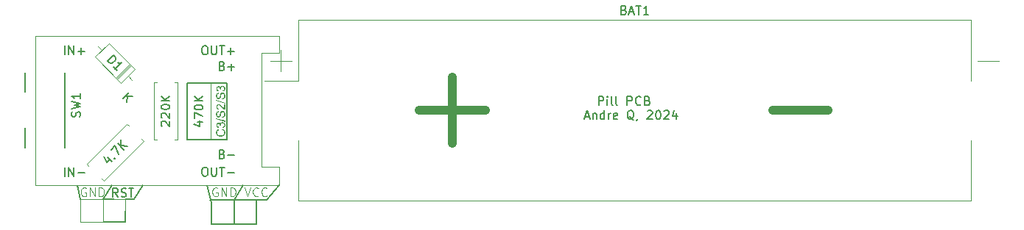
<source format=gbr>
%TF.GenerationSoftware,KiCad,Pcbnew,8.0.1*%
%TF.CreationDate,2024-06-06T13:27:34-04:00*%
%TF.ProjectId,PillPCB,50696c6c-5043-4422-9e6b-696361645f70,rev?*%
%TF.SameCoordinates,Original*%
%TF.FileFunction,Legend,Top*%
%TF.FilePolarity,Positive*%
%FSLAX46Y46*%
G04 Gerber Fmt 4.6, Leading zero omitted, Abs format (unit mm)*
G04 Created by KiCad (PCBNEW 8.0.1) date 2024-06-06 13:27:34*
%MOMM*%
%LPD*%
G01*
G04 APERTURE LIST*
%ADD10C,0.150000*%
%ADD11C,0.125000*%
%ADD12C,0.120000*%
%ADD13C,1.000000*%
%ADD14C,0.100000*%
G04 APERTURE END LIST*
D10*
X120859589Y-94017875D02*
X120859589Y-93017875D01*
X120859589Y-93017875D02*
X121240541Y-93017875D01*
X121240541Y-93017875D02*
X121335779Y-93065494D01*
X121335779Y-93065494D02*
X121383398Y-93113113D01*
X121383398Y-93113113D02*
X121431017Y-93208351D01*
X121431017Y-93208351D02*
X121431017Y-93351208D01*
X121431017Y-93351208D02*
X121383398Y-93446446D01*
X121383398Y-93446446D02*
X121335779Y-93494065D01*
X121335779Y-93494065D02*
X121240541Y-93541684D01*
X121240541Y-93541684D02*
X120859589Y-93541684D01*
X121859589Y-94017875D02*
X121859589Y-93351208D01*
X121859589Y-93017875D02*
X121811970Y-93065494D01*
X121811970Y-93065494D02*
X121859589Y-93113113D01*
X121859589Y-93113113D02*
X121907208Y-93065494D01*
X121907208Y-93065494D02*
X121859589Y-93017875D01*
X121859589Y-93017875D02*
X121859589Y-93113113D01*
X122478636Y-94017875D02*
X122383398Y-93970256D01*
X122383398Y-93970256D02*
X122335779Y-93875017D01*
X122335779Y-93875017D02*
X122335779Y-93017875D01*
X123002446Y-94017875D02*
X122907208Y-93970256D01*
X122907208Y-93970256D02*
X122859589Y-93875017D01*
X122859589Y-93875017D02*
X122859589Y-93017875D01*
X124145304Y-94017875D02*
X124145304Y-93017875D01*
X124145304Y-93017875D02*
X124526256Y-93017875D01*
X124526256Y-93017875D02*
X124621494Y-93065494D01*
X124621494Y-93065494D02*
X124669113Y-93113113D01*
X124669113Y-93113113D02*
X124716732Y-93208351D01*
X124716732Y-93208351D02*
X124716732Y-93351208D01*
X124716732Y-93351208D02*
X124669113Y-93446446D01*
X124669113Y-93446446D02*
X124621494Y-93494065D01*
X124621494Y-93494065D02*
X124526256Y-93541684D01*
X124526256Y-93541684D02*
X124145304Y-93541684D01*
X125716732Y-93922636D02*
X125669113Y-93970256D01*
X125669113Y-93970256D02*
X125526256Y-94017875D01*
X125526256Y-94017875D02*
X125431018Y-94017875D01*
X125431018Y-94017875D02*
X125288161Y-93970256D01*
X125288161Y-93970256D02*
X125192923Y-93875017D01*
X125192923Y-93875017D02*
X125145304Y-93779779D01*
X125145304Y-93779779D02*
X125097685Y-93589303D01*
X125097685Y-93589303D02*
X125097685Y-93446446D01*
X125097685Y-93446446D02*
X125145304Y-93255970D01*
X125145304Y-93255970D02*
X125192923Y-93160732D01*
X125192923Y-93160732D02*
X125288161Y-93065494D01*
X125288161Y-93065494D02*
X125431018Y-93017875D01*
X125431018Y-93017875D02*
X125526256Y-93017875D01*
X125526256Y-93017875D02*
X125669113Y-93065494D01*
X125669113Y-93065494D02*
X125716732Y-93113113D01*
X126478637Y-93494065D02*
X126621494Y-93541684D01*
X126621494Y-93541684D02*
X126669113Y-93589303D01*
X126669113Y-93589303D02*
X126716732Y-93684541D01*
X126716732Y-93684541D02*
X126716732Y-93827398D01*
X126716732Y-93827398D02*
X126669113Y-93922636D01*
X126669113Y-93922636D02*
X126621494Y-93970256D01*
X126621494Y-93970256D02*
X126526256Y-94017875D01*
X126526256Y-94017875D02*
X126145304Y-94017875D01*
X126145304Y-94017875D02*
X126145304Y-93017875D01*
X126145304Y-93017875D02*
X126478637Y-93017875D01*
X126478637Y-93017875D02*
X126573875Y-93065494D01*
X126573875Y-93065494D02*
X126621494Y-93113113D01*
X126621494Y-93113113D02*
X126669113Y-93208351D01*
X126669113Y-93208351D02*
X126669113Y-93303589D01*
X126669113Y-93303589D02*
X126621494Y-93398827D01*
X126621494Y-93398827D02*
X126573875Y-93446446D01*
X126573875Y-93446446D02*
X126478637Y-93494065D01*
X126478637Y-93494065D02*
X126145304Y-93494065D01*
X119288160Y-95342104D02*
X119764350Y-95342104D01*
X119192922Y-95627819D02*
X119526255Y-94627819D01*
X119526255Y-94627819D02*
X119859588Y-95627819D01*
X120192922Y-94961152D02*
X120192922Y-95627819D01*
X120192922Y-95056390D02*
X120240541Y-95008771D01*
X120240541Y-95008771D02*
X120335779Y-94961152D01*
X120335779Y-94961152D02*
X120478636Y-94961152D01*
X120478636Y-94961152D02*
X120573874Y-95008771D01*
X120573874Y-95008771D02*
X120621493Y-95104009D01*
X120621493Y-95104009D02*
X120621493Y-95627819D01*
X121526255Y-95627819D02*
X121526255Y-94627819D01*
X121526255Y-95580200D02*
X121431017Y-95627819D01*
X121431017Y-95627819D02*
X121240541Y-95627819D01*
X121240541Y-95627819D02*
X121145303Y-95580200D01*
X121145303Y-95580200D02*
X121097684Y-95532580D01*
X121097684Y-95532580D02*
X121050065Y-95437342D01*
X121050065Y-95437342D02*
X121050065Y-95151628D01*
X121050065Y-95151628D02*
X121097684Y-95056390D01*
X121097684Y-95056390D02*
X121145303Y-95008771D01*
X121145303Y-95008771D02*
X121240541Y-94961152D01*
X121240541Y-94961152D02*
X121431017Y-94961152D01*
X121431017Y-94961152D02*
X121526255Y-95008771D01*
X122002446Y-95627819D02*
X122002446Y-94961152D01*
X122002446Y-95151628D02*
X122050065Y-95056390D01*
X122050065Y-95056390D02*
X122097684Y-95008771D01*
X122097684Y-95008771D02*
X122192922Y-94961152D01*
X122192922Y-94961152D02*
X122288160Y-94961152D01*
X123002446Y-95580200D02*
X122907208Y-95627819D01*
X122907208Y-95627819D02*
X122716732Y-95627819D01*
X122716732Y-95627819D02*
X122621494Y-95580200D01*
X122621494Y-95580200D02*
X122573875Y-95484961D01*
X122573875Y-95484961D02*
X122573875Y-95104009D01*
X122573875Y-95104009D02*
X122621494Y-95008771D01*
X122621494Y-95008771D02*
X122716732Y-94961152D01*
X122716732Y-94961152D02*
X122907208Y-94961152D01*
X122907208Y-94961152D02*
X123002446Y-95008771D01*
X123002446Y-95008771D02*
X123050065Y-95104009D01*
X123050065Y-95104009D02*
X123050065Y-95199247D01*
X123050065Y-95199247D02*
X122573875Y-95294485D01*
X124907208Y-95723057D02*
X124811970Y-95675438D01*
X124811970Y-95675438D02*
X124716732Y-95580200D01*
X124716732Y-95580200D02*
X124573875Y-95437342D01*
X124573875Y-95437342D02*
X124478637Y-95389723D01*
X124478637Y-95389723D02*
X124383399Y-95389723D01*
X124431018Y-95627819D02*
X124335780Y-95580200D01*
X124335780Y-95580200D02*
X124240542Y-95484961D01*
X124240542Y-95484961D02*
X124192923Y-95294485D01*
X124192923Y-95294485D02*
X124192923Y-94961152D01*
X124192923Y-94961152D02*
X124240542Y-94770676D01*
X124240542Y-94770676D02*
X124335780Y-94675438D01*
X124335780Y-94675438D02*
X124431018Y-94627819D01*
X124431018Y-94627819D02*
X124621494Y-94627819D01*
X124621494Y-94627819D02*
X124716732Y-94675438D01*
X124716732Y-94675438D02*
X124811970Y-94770676D01*
X124811970Y-94770676D02*
X124859589Y-94961152D01*
X124859589Y-94961152D02*
X124859589Y-95294485D01*
X124859589Y-95294485D02*
X124811970Y-95484961D01*
X124811970Y-95484961D02*
X124716732Y-95580200D01*
X124716732Y-95580200D02*
X124621494Y-95627819D01*
X124621494Y-95627819D02*
X124431018Y-95627819D01*
X125335780Y-95580200D02*
X125335780Y-95627819D01*
X125335780Y-95627819D02*
X125288161Y-95723057D01*
X125288161Y-95723057D02*
X125240542Y-95770676D01*
X126478637Y-94723057D02*
X126526256Y-94675438D01*
X126526256Y-94675438D02*
X126621494Y-94627819D01*
X126621494Y-94627819D02*
X126859589Y-94627819D01*
X126859589Y-94627819D02*
X126954827Y-94675438D01*
X126954827Y-94675438D02*
X127002446Y-94723057D01*
X127002446Y-94723057D02*
X127050065Y-94818295D01*
X127050065Y-94818295D02*
X127050065Y-94913533D01*
X127050065Y-94913533D02*
X127002446Y-95056390D01*
X127002446Y-95056390D02*
X126431018Y-95627819D01*
X126431018Y-95627819D02*
X127050065Y-95627819D01*
X127669113Y-94627819D02*
X127764351Y-94627819D01*
X127764351Y-94627819D02*
X127859589Y-94675438D01*
X127859589Y-94675438D02*
X127907208Y-94723057D01*
X127907208Y-94723057D02*
X127954827Y-94818295D01*
X127954827Y-94818295D02*
X128002446Y-95008771D01*
X128002446Y-95008771D02*
X128002446Y-95246866D01*
X128002446Y-95246866D02*
X127954827Y-95437342D01*
X127954827Y-95437342D02*
X127907208Y-95532580D01*
X127907208Y-95532580D02*
X127859589Y-95580200D01*
X127859589Y-95580200D02*
X127764351Y-95627819D01*
X127764351Y-95627819D02*
X127669113Y-95627819D01*
X127669113Y-95627819D02*
X127573875Y-95580200D01*
X127573875Y-95580200D02*
X127526256Y-95532580D01*
X127526256Y-95532580D02*
X127478637Y-95437342D01*
X127478637Y-95437342D02*
X127431018Y-95246866D01*
X127431018Y-95246866D02*
X127431018Y-95008771D01*
X127431018Y-95008771D02*
X127478637Y-94818295D01*
X127478637Y-94818295D02*
X127526256Y-94723057D01*
X127526256Y-94723057D02*
X127573875Y-94675438D01*
X127573875Y-94675438D02*
X127669113Y-94627819D01*
X128383399Y-94723057D02*
X128431018Y-94675438D01*
X128431018Y-94675438D02*
X128526256Y-94627819D01*
X128526256Y-94627819D02*
X128764351Y-94627819D01*
X128764351Y-94627819D02*
X128859589Y-94675438D01*
X128859589Y-94675438D02*
X128907208Y-94723057D01*
X128907208Y-94723057D02*
X128954827Y-94818295D01*
X128954827Y-94818295D02*
X128954827Y-94913533D01*
X128954827Y-94913533D02*
X128907208Y-95056390D01*
X128907208Y-95056390D02*
X128335780Y-95627819D01*
X128335780Y-95627819D02*
X128954827Y-95627819D01*
X129811970Y-94961152D02*
X129811970Y-95627819D01*
X129573875Y-94580200D02*
X129335780Y-95294485D01*
X129335780Y-95294485D02*
X129954827Y-95294485D01*
X67437000Y-104841215D02*
X68453000Y-103251000D01*
X81534000Y-104902000D02*
X76200000Y-104902000D01*
X82677000Y-104902000D02*
X84145000Y-103230000D01*
X81534000Y-104902000D02*
X82677000Y-104902000D01*
X81534000Y-107696000D02*
X81534000Y-104902000D01*
X78994000Y-107696000D02*
X81534000Y-107696000D01*
D11*
X80187474Y-103519119D02*
X80520807Y-104519119D01*
X80520807Y-104519119D02*
X80854140Y-103519119D01*
X81758902Y-104423880D02*
X81711283Y-104471500D01*
X81711283Y-104471500D02*
X81568426Y-104519119D01*
X81568426Y-104519119D02*
X81473188Y-104519119D01*
X81473188Y-104519119D02*
X81330331Y-104471500D01*
X81330331Y-104471500D02*
X81235093Y-104376261D01*
X81235093Y-104376261D02*
X81187474Y-104281023D01*
X81187474Y-104281023D02*
X81139855Y-104090547D01*
X81139855Y-104090547D02*
X81139855Y-103947690D01*
X81139855Y-103947690D02*
X81187474Y-103757214D01*
X81187474Y-103757214D02*
X81235093Y-103661976D01*
X81235093Y-103661976D02*
X81330331Y-103566738D01*
X81330331Y-103566738D02*
X81473188Y-103519119D01*
X81473188Y-103519119D02*
X81568426Y-103519119D01*
X81568426Y-103519119D02*
X81711283Y-103566738D01*
X81711283Y-103566738D02*
X81758902Y-103614357D01*
X82758902Y-104423880D02*
X82711283Y-104471500D01*
X82711283Y-104471500D02*
X82568426Y-104519119D01*
X82568426Y-104519119D02*
X82473188Y-104519119D01*
X82473188Y-104519119D02*
X82330331Y-104471500D01*
X82330331Y-104471500D02*
X82235093Y-104376261D01*
X82235093Y-104376261D02*
X82187474Y-104281023D01*
X82187474Y-104281023D02*
X82139855Y-104090547D01*
X82139855Y-104090547D02*
X82139855Y-103947690D01*
X82139855Y-103947690D02*
X82187474Y-103757214D01*
X82187474Y-103757214D02*
X82235093Y-103661976D01*
X82235093Y-103661976D02*
X82330331Y-103566738D01*
X82330331Y-103566738D02*
X82473188Y-103519119D01*
X82473188Y-103519119D02*
X82568426Y-103519119D01*
X82568426Y-103519119D02*
X82711283Y-103566738D01*
X82711283Y-103566738D02*
X82758902Y-103614357D01*
D10*
X66482801Y-107500085D02*
X63881000Y-107502000D01*
X66481000Y-106172000D02*
X66482801Y-107500085D01*
X65151000Y-104842000D02*
X63881000Y-104842000D01*
X66481000Y-104842000D02*
X67437000Y-104841215D01*
X78994000Y-104902000D02*
X80010000Y-103251000D01*
X78994000Y-107696000D02*
X78994000Y-104902000D01*
X76327000Y-107696000D02*
X78994000Y-107696000D01*
X76327000Y-105283000D02*
X76327000Y-107696000D01*
X75819000Y-103251000D02*
X76327000Y-105283000D01*
X63881000Y-104842000D02*
X64897000Y-103251000D01*
X61281000Y-104842000D02*
X60960000Y-103251000D01*
D11*
X77044140Y-103566738D02*
X76948902Y-103519119D01*
X76948902Y-103519119D02*
X76806045Y-103519119D01*
X76806045Y-103519119D02*
X76663188Y-103566738D01*
X76663188Y-103566738D02*
X76567950Y-103661976D01*
X76567950Y-103661976D02*
X76520331Y-103757214D01*
X76520331Y-103757214D02*
X76472712Y-103947690D01*
X76472712Y-103947690D02*
X76472712Y-104090547D01*
X76472712Y-104090547D02*
X76520331Y-104281023D01*
X76520331Y-104281023D02*
X76567950Y-104376261D01*
X76567950Y-104376261D02*
X76663188Y-104471500D01*
X76663188Y-104471500D02*
X76806045Y-104519119D01*
X76806045Y-104519119D02*
X76901283Y-104519119D01*
X76901283Y-104519119D02*
X77044140Y-104471500D01*
X77044140Y-104471500D02*
X77091759Y-104423880D01*
X77091759Y-104423880D02*
X77091759Y-104090547D01*
X77091759Y-104090547D02*
X76901283Y-104090547D01*
X77520331Y-104519119D02*
X77520331Y-103519119D01*
X77520331Y-103519119D02*
X78091759Y-104519119D01*
X78091759Y-104519119D02*
X78091759Y-103519119D01*
X78567950Y-104519119D02*
X78567950Y-103519119D01*
X78567950Y-103519119D02*
X78806045Y-103519119D01*
X78806045Y-103519119D02*
X78948902Y-103566738D01*
X78948902Y-103566738D02*
X79044140Y-103661976D01*
X79044140Y-103661976D02*
X79091759Y-103757214D01*
X79091759Y-103757214D02*
X79139378Y-103947690D01*
X79139378Y-103947690D02*
X79139378Y-104090547D01*
X79139378Y-104090547D02*
X79091759Y-104281023D01*
X79091759Y-104281023D02*
X79044140Y-104376261D01*
X79044140Y-104376261D02*
X78948902Y-104471500D01*
X78948902Y-104471500D02*
X78806045Y-104519119D01*
X78806045Y-104519119D02*
X78567950Y-104519119D01*
X61931140Y-103566738D02*
X61835902Y-103519119D01*
X61835902Y-103519119D02*
X61693045Y-103519119D01*
X61693045Y-103519119D02*
X61550188Y-103566738D01*
X61550188Y-103566738D02*
X61454950Y-103661976D01*
X61454950Y-103661976D02*
X61407331Y-103757214D01*
X61407331Y-103757214D02*
X61359712Y-103947690D01*
X61359712Y-103947690D02*
X61359712Y-104090547D01*
X61359712Y-104090547D02*
X61407331Y-104281023D01*
X61407331Y-104281023D02*
X61454950Y-104376261D01*
X61454950Y-104376261D02*
X61550188Y-104471500D01*
X61550188Y-104471500D02*
X61693045Y-104519119D01*
X61693045Y-104519119D02*
X61788283Y-104519119D01*
X61788283Y-104519119D02*
X61931140Y-104471500D01*
X61931140Y-104471500D02*
X61978759Y-104423880D01*
X61978759Y-104423880D02*
X61978759Y-104090547D01*
X61978759Y-104090547D02*
X61788283Y-104090547D01*
X62407331Y-104519119D02*
X62407331Y-103519119D01*
X62407331Y-103519119D02*
X62978759Y-104519119D01*
X62978759Y-104519119D02*
X62978759Y-103519119D01*
X63454950Y-104519119D02*
X63454950Y-103519119D01*
X63454950Y-103519119D02*
X63693045Y-103519119D01*
X63693045Y-103519119D02*
X63835902Y-103566738D01*
X63835902Y-103566738D02*
X63931140Y-103661976D01*
X63931140Y-103661976D02*
X63978759Y-103757214D01*
X63978759Y-103757214D02*
X64026378Y-103947690D01*
X64026378Y-103947690D02*
X64026378Y-104090547D01*
X64026378Y-104090547D02*
X63978759Y-104281023D01*
X63978759Y-104281023D02*
X63931140Y-104376261D01*
X63931140Y-104376261D02*
X63835902Y-104471500D01*
X63835902Y-104471500D02*
X63693045Y-104519119D01*
X63693045Y-104519119D02*
X63454950Y-104519119D01*
D10*
X73560000Y-91440000D02*
X78105000Y-91440000D01*
X78105000Y-97980000D01*
X73560000Y-97980000D01*
X73560000Y-91440000D01*
G36*
X77575474Y-96877898D02*
G01*
X77609180Y-96744542D01*
X77659302Y-96759304D01*
X77705560Y-96777333D01*
X77755969Y-96803282D01*
X77800815Y-96833936D01*
X77840096Y-96869296D01*
X77863192Y-96895484D01*
X77892908Y-96937950D01*
X77916475Y-96983835D01*
X77933895Y-97033136D01*
X77945166Y-97085856D01*
X77950289Y-97141992D01*
X77950631Y-97161464D01*
X77949003Y-97210889D01*
X77942752Y-97266278D01*
X77931813Y-97317392D01*
X77916185Y-97364229D01*
X77892027Y-97413468D01*
X77883953Y-97426468D01*
X77851929Y-97468701D01*
X77814202Y-97506283D01*
X77770772Y-97539213D01*
X77721638Y-97567491D01*
X77691001Y-97581562D01*
X77642904Y-97599657D01*
X77593502Y-97614008D01*
X77542795Y-97624615D01*
X77490783Y-97631479D01*
X77437465Y-97634599D01*
X77419403Y-97634807D01*
X77361477Y-97632694D01*
X77306402Y-97626358D01*
X77254178Y-97615796D01*
X77204805Y-97601010D01*
X77158282Y-97581999D01*
X77143408Y-97574723D01*
X77094615Y-97546005D01*
X77051245Y-97512426D01*
X77013298Y-97473984D01*
X76980773Y-97430681D01*
X76964623Y-97403753D01*
X76940735Y-97354082D01*
X76922715Y-97302306D01*
X76910562Y-97248427D01*
X76904276Y-97192445D01*
X76903318Y-97159510D01*
X76906057Y-97104507D01*
X76914274Y-97052887D01*
X76927970Y-97004650D01*
X76950872Y-96952649D01*
X76981231Y-96905253D01*
X77018357Y-96863152D01*
X77061560Y-96827035D01*
X77103429Y-96800840D01*
X77149763Y-96779041D01*
X77200561Y-96761639D01*
X77231580Y-96893041D01*
X77185348Y-96909841D01*
X77139667Y-96932762D01*
X77097399Y-96963292D01*
X77067937Y-96994646D01*
X77040889Y-97039659D01*
X77023859Y-97091351D01*
X77017097Y-97143584D01*
X77016646Y-97162197D01*
X77019334Y-97211142D01*
X77028990Y-97262643D01*
X77045667Y-97309412D01*
X77072822Y-97356370D01*
X77107454Y-97396545D01*
X77148153Y-97429417D01*
X77194918Y-97454986D01*
X77223520Y-97466035D01*
X77271163Y-97479819D01*
X77319569Y-97489665D01*
X77368738Y-97495573D01*
X77418670Y-97497542D01*
X77473833Y-97495754D01*
X77525840Y-97490390D01*
X77574692Y-97481449D01*
X77626658Y-97466851D01*
X77645083Y-97460173D01*
X77690283Y-97438787D01*
X77733871Y-97408559D01*
X77769770Y-97371802D01*
X77789431Y-97343669D01*
X77812572Y-97298132D01*
X77828139Y-97250547D01*
X77836134Y-97200914D01*
X77837302Y-97172455D01*
X77833181Y-97118661D01*
X77820816Y-97069140D01*
X77800208Y-97023894D01*
X77771357Y-96982923D01*
X77734385Y-96947233D01*
X77689413Y-96917832D01*
X77643502Y-96897265D01*
X77591466Y-96881514D01*
X77575474Y-96877898D01*
G37*
G36*
X77670240Y-96635609D02*
G01*
X77653632Y-96512022D01*
X77701915Y-96499536D01*
X77747586Y-96481036D01*
X77790969Y-96452023D01*
X77803353Y-96439727D01*
X77831185Y-96398133D01*
X77846171Y-96350288D01*
X77849026Y-96314918D01*
X77843111Y-96262941D01*
X77825365Y-96216305D01*
X77795789Y-96175013D01*
X77788454Y-96167396D01*
X77747782Y-96135711D01*
X77701480Y-96115761D01*
X77649550Y-96107547D01*
X77638489Y-96107312D01*
X77588147Y-96112750D01*
X77539548Y-96131295D01*
X77498049Y-96162999D01*
X77466483Y-96204834D01*
X77448020Y-96253769D01*
X77442606Y-96304416D01*
X77447949Y-96355058D01*
X77456284Y-96391855D01*
X77339780Y-96377933D01*
X77341001Y-96358149D01*
X77336210Y-96305649D01*
X77321837Y-96256958D01*
X77300457Y-96216000D01*
X77267387Y-96179985D01*
X77219462Y-96157745D01*
X77175404Y-96152741D01*
X77124819Y-96160360D01*
X77078817Y-96185605D01*
X77064518Y-96198903D01*
X77036053Y-96240645D01*
X77022100Y-96291256D01*
X77020554Y-96317605D01*
X77026874Y-96368278D01*
X77047984Y-96415577D01*
X77065495Y-96437773D01*
X77105520Y-96469017D01*
X77153314Y-96489148D01*
X77200317Y-96499566D01*
X77178335Y-96623153D01*
X77126931Y-96610552D01*
X77080856Y-96592412D01*
X77034724Y-96564896D01*
X76995554Y-96530145D01*
X76986849Y-96520327D01*
X76957143Y-96477691D01*
X76935924Y-96430140D01*
X76923193Y-96377674D01*
X76919016Y-96327733D01*
X76918949Y-96320292D01*
X76922384Y-96270112D01*
X76934096Y-96217835D01*
X76954120Y-96168617D01*
X76981360Y-96124796D01*
X77014717Y-96088710D01*
X77050352Y-96062616D01*
X77097029Y-96040141D01*
X77145836Y-96028040D01*
X77179556Y-96025735D01*
X77230449Y-96031499D01*
X77277552Y-96048792D01*
X77298014Y-96060662D01*
X77337688Y-96094643D01*
X77367942Y-96135956D01*
X77382766Y-96164465D01*
X77397980Y-96117350D01*
X77423177Y-96072432D01*
X77457104Y-96035338D01*
X77468984Y-96025735D01*
X77513115Y-95999589D01*
X77563685Y-95983126D01*
X77614705Y-95976589D01*
X77632871Y-95976154D01*
X77689072Y-95980758D01*
X77741417Y-95994573D01*
X77789905Y-96017597D01*
X77834536Y-96049831D01*
X77858307Y-96072385D01*
X77889683Y-96110250D01*
X77918083Y-96158918D01*
X77937648Y-96212424D01*
X77947385Y-96262138D01*
X77950631Y-96315407D01*
X77946903Y-96371279D01*
X77935718Y-96422851D01*
X77917077Y-96470121D01*
X77890979Y-96513091D01*
X77872718Y-96535714D01*
X77836315Y-96570380D01*
X77795494Y-96597871D01*
X77750255Y-96618185D01*
X77700599Y-96631324D01*
X77670240Y-96635609D01*
G37*
G36*
X77950631Y-95916070D02*
G01*
X76903318Y-95624200D01*
X76903318Y-95525281D01*
X77950631Y-95816419D01*
X77950631Y-95916070D01*
G37*
G36*
X77602341Y-95463976D02*
G01*
X77591106Y-95338436D01*
X77641995Y-95329452D01*
X77689874Y-95313332D01*
X77720554Y-95296914D01*
X77758448Y-95264397D01*
X77787775Y-95223862D01*
X77802376Y-95195553D01*
X77820036Y-95146210D01*
X77829729Y-95097895D01*
X77833364Y-95046289D01*
X77833394Y-95040948D01*
X77830710Y-94990665D01*
X77821660Y-94940616D01*
X77810680Y-94906370D01*
X77787365Y-94860876D01*
X77752820Y-94823079D01*
X77747909Y-94819420D01*
X77703351Y-94797122D01*
X77660715Y-94790843D01*
X77610921Y-94799576D01*
X77577428Y-94818443D01*
X77544455Y-94854774D01*
X77520413Y-94901290D01*
X77517344Y-94909057D01*
X77501543Y-94958203D01*
X77487203Y-95011213D01*
X77474127Y-95063182D01*
X77468007Y-95088331D01*
X77455505Y-95137435D01*
X77441266Y-95187344D01*
X77425452Y-95234650D01*
X77404504Y-95282748D01*
X77376005Y-95327955D01*
X77343235Y-95364503D01*
X77309738Y-95390215D01*
X77265499Y-95411796D01*
X77217414Y-95423417D01*
X77183220Y-95425630D01*
X77131538Y-95420522D01*
X77082281Y-95405197D01*
X77039605Y-95382399D01*
X77000927Y-95351363D01*
X76968546Y-95312599D01*
X76942461Y-95266107D01*
X76938000Y-95255881D01*
X76921235Y-95207682D01*
X76909956Y-95156508D01*
X76904164Y-95102358D01*
X76903318Y-95070990D01*
X76905592Y-95016707D01*
X76912416Y-94965721D01*
X76923788Y-94918033D01*
X76939710Y-94873641D01*
X76962767Y-94828686D01*
X76994776Y-94786077D01*
X77033512Y-94751196D01*
X77046444Y-94742239D01*
X77092373Y-94717562D01*
X77141928Y-94701233D01*
X77195108Y-94693252D01*
X77206179Y-94692657D01*
X77215949Y-94820396D01*
X77165292Y-94830069D01*
X77117798Y-94849971D01*
X77076244Y-94882993D01*
X77069891Y-94890250D01*
X77043874Y-94932878D01*
X77028697Y-94980706D01*
X77021759Y-95030745D01*
X77020554Y-95065616D01*
X77022693Y-95115378D01*
X77030375Y-95164578D01*
X77047835Y-95214571D01*
X77065251Y-95241960D01*
X77101200Y-95275596D01*
X77149740Y-95295218D01*
X77172718Y-95297159D01*
X77222543Y-95287328D01*
X77262599Y-95257835D01*
X77289252Y-95211628D01*
X77307326Y-95161436D01*
X77321042Y-95113614D01*
X77334895Y-95057068D01*
X77346199Y-95008798D01*
X77359182Y-94957438D01*
X77373526Y-94906569D01*
X77390697Y-94855489D01*
X77399619Y-94834074D01*
X77424282Y-94788266D01*
X77455719Y-94745934D01*
X77495203Y-94709782D01*
X77502934Y-94704381D01*
X77548172Y-94680463D01*
X77597912Y-94666474D01*
X77647037Y-94662371D01*
X77696659Y-94666879D01*
X77744467Y-94680403D01*
X77790463Y-94702943D01*
X77799445Y-94708533D01*
X77841071Y-94741167D01*
X77876496Y-94781673D01*
X77903076Y-94824857D01*
X77910819Y-94840669D01*
X77930064Y-94890866D01*
X77941883Y-94938341D01*
X77948726Y-94988502D01*
X77950631Y-95034597D01*
X77949197Y-95084334D01*
X77943899Y-95138432D01*
X77934698Y-95188299D01*
X77919402Y-95240109D01*
X77909842Y-95263941D01*
X77886899Y-95307615D01*
X77854993Y-95350800D01*
X77816634Y-95387686D01*
X77787477Y-95408777D01*
X77739752Y-95434374D01*
X77688627Y-95452089D01*
X77640328Y-95461217D01*
X77602341Y-95463976D01*
G37*
G36*
X77817763Y-93885923D02*
G01*
X77935000Y-93885923D01*
X77935000Y-94551729D01*
X77885798Y-94547771D01*
X77849026Y-94537319D01*
X77802437Y-94516109D01*
X77760534Y-94490616D01*
X77719060Y-94459208D01*
X77714937Y-94455742D01*
X77676082Y-94420339D01*
X77638820Y-94382252D01*
X77604112Y-94343818D01*
X77567440Y-94300614D01*
X77562041Y-94294053D01*
X77528972Y-94254684D01*
X77490117Y-94210153D01*
X77454016Y-94170821D01*
X77414331Y-94130487D01*
X77373046Y-94092893D01*
X77346863Y-94072281D01*
X77302888Y-94044299D01*
X77255614Y-94023948D01*
X77205541Y-94014621D01*
X77196653Y-94014395D01*
X77144263Y-94021814D01*
X77098468Y-94044071D01*
X77071601Y-94067152D01*
X77042538Y-94107006D01*
X77025539Y-94154363D01*
X77020554Y-94203928D01*
X77026016Y-94256316D01*
X77044642Y-94305898D01*
X77076486Y-94347054D01*
X77120047Y-94377594D01*
X77168514Y-94394538D01*
X77219354Y-94400978D01*
X77231580Y-94401276D01*
X77218147Y-94528282D01*
X77165822Y-94520886D01*
X77118393Y-94508407D01*
X77069244Y-94487423D01*
X77026757Y-94459520D01*
X76995642Y-94430096D01*
X76965758Y-94390010D01*
X76943215Y-94344338D01*
X76928012Y-94293078D01*
X76920822Y-94244695D01*
X76918949Y-94201241D01*
X76921791Y-94149048D01*
X76932292Y-94093518D01*
X76950529Y-94043761D01*
X76976504Y-93999778D01*
X76999794Y-93971897D01*
X77037010Y-93938968D01*
X77084065Y-93911239D01*
X77135943Y-93894074D01*
X77185294Y-93887719D01*
X77200073Y-93887389D01*
X77249164Y-93891460D01*
X77297610Y-93903674D01*
X77319752Y-93912057D01*
X77364608Y-93935161D01*
X77407296Y-93964426D01*
X77443339Y-93994123D01*
X77483709Y-94032417D01*
X77520397Y-94070510D01*
X77555528Y-94108947D01*
X77594059Y-94152724D01*
X77621636Y-94184877D01*
X77654944Y-94223760D01*
X77688398Y-94262069D01*
X77722858Y-94300162D01*
X77749863Y-94327759D01*
X77787937Y-94359727D01*
X77817763Y-94379782D01*
X77817763Y-93885923D01*
G37*
G36*
X77950631Y-93815581D02*
G01*
X76903318Y-93523711D01*
X76903318Y-93424793D01*
X77950631Y-93715930D01*
X77950631Y-93815581D01*
G37*
G36*
X77602341Y-93363488D02*
G01*
X77591106Y-93237947D01*
X77641995Y-93228964D01*
X77689874Y-93212843D01*
X77720554Y-93196426D01*
X77758448Y-93163908D01*
X77787775Y-93123374D01*
X77802376Y-93095065D01*
X77820036Y-93045721D01*
X77829729Y-92997407D01*
X77833364Y-92945801D01*
X77833394Y-92940459D01*
X77830710Y-92890176D01*
X77821660Y-92840127D01*
X77810680Y-92805881D01*
X77787365Y-92760387D01*
X77752820Y-92722591D01*
X77747909Y-92718931D01*
X77703351Y-92696634D01*
X77660715Y-92690355D01*
X77610921Y-92699087D01*
X77577428Y-92717954D01*
X77544455Y-92754285D01*
X77520413Y-92800801D01*
X77517344Y-92808568D01*
X77501543Y-92857715D01*
X77487203Y-92910725D01*
X77474127Y-92962693D01*
X77468007Y-92987842D01*
X77455505Y-93036947D01*
X77441266Y-93086855D01*
X77425452Y-93134162D01*
X77404504Y-93182260D01*
X77376005Y-93227466D01*
X77343235Y-93264014D01*
X77309738Y-93289727D01*
X77265499Y-93311308D01*
X77217414Y-93322928D01*
X77183220Y-93325142D01*
X77131538Y-93320033D01*
X77082281Y-93304708D01*
X77039605Y-93281911D01*
X77000927Y-93250875D01*
X76968546Y-93212111D01*
X76942461Y-93165619D01*
X76938000Y-93155393D01*
X76921235Y-93107194D01*
X76909956Y-93056020D01*
X76904164Y-93001870D01*
X76903318Y-92970501D01*
X76905592Y-92916218D01*
X76912416Y-92865232D01*
X76923788Y-92817544D01*
X76939710Y-92773153D01*
X76962767Y-92728197D01*
X76994776Y-92685589D01*
X77033512Y-92650708D01*
X77046444Y-92641750D01*
X77092373Y-92617073D01*
X77141928Y-92600744D01*
X77195108Y-92592763D01*
X77206179Y-92592169D01*
X77215949Y-92719908D01*
X77165292Y-92729581D01*
X77117798Y-92749483D01*
X77076244Y-92782505D01*
X77069891Y-92789761D01*
X77043874Y-92832389D01*
X77028697Y-92880217D01*
X77021759Y-92930256D01*
X77020554Y-92965128D01*
X77022693Y-93014889D01*
X77030375Y-93064089D01*
X77047835Y-93114083D01*
X77065251Y-93141471D01*
X77101200Y-93175108D01*
X77149740Y-93194729D01*
X77172718Y-93196670D01*
X77222543Y-93186839D01*
X77262599Y-93157347D01*
X77289252Y-93111139D01*
X77307326Y-93060947D01*
X77321042Y-93013125D01*
X77334895Y-92956579D01*
X77346199Y-92908309D01*
X77359182Y-92856949D01*
X77373526Y-92806081D01*
X77390697Y-92755001D01*
X77399619Y-92733586D01*
X77424282Y-92687778D01*
X77455719Y-92645446D01*
X77495203Y-92609294D01*
X77502934Y-92603893D01*
X77548172Y-92579975D01*
X77597912Y-92565985D01*
X77647037Y-92561883D01*
X77696659Y-92566391D01*
X77744467Y-92579915D01*
X77790463Y-92602455D01*
X77799445Y-92608045D01*
X77841071Y-92640679D01*
X77876496Y-92681184D01*
X77903076Y-92724369D01*
X77910819Y-92740180D01*
X77930064Y-92790378D01*
X77941883Y-92837852D01*
X77948726Y-92888014D01*
X77950631Y-92934109D01*
X77949197Y-92983846D01*
X77943899Y-93037943D01*
X77934698Y-93087810D01*
X77919402Y-93139620D01*
X77909842Y-93163453D01*
X77886899Y-93207127D01*
X77854993Y-93250311D01*
X77816634Y-93287197D01*
X77787477Y-93308289D01*
X77739752Y-93333886D01*
X77688627Y-93351600D01*
X77640328Y-93360729D01*
X77602341Y-93363488D01*
G37*
G36*
X77670240Y-92434632D02*
G01*
X77653632Y-92311045D01*
X77701915Y-92298559D01*
X77747586Y-92280059D01*
X77790969Y-92251046D01*
X77803353Y-92238750D01*
X77831185Y-92197156D01*
X77846171Y-92149311D01*
X77849026Y-92113941D01*
X77843111Y-92061964D01*
X77825365Y-92015328D01*
X77795789Y-91974036D01*
X77788454Y-91966419D01*
X77747782Y-91934734D01*
X77701480Y-91914784D01*
X77649550Y-91906570D01*
X77638489Y-91906335D01*
X77588147Y-91911773D01*
X77539548Y-91930318D01*
X77498049Y-91962022D01*
X77466483Y-92003857D01*
X77448020Y-92052792D01*
X77442606Y-92103439D01*
X77447949Y-92154081D01*
X77456284Y-92190878D01*
X77339780Y-92176956D01*
X77341001Y-92157172D01*
X77336210Y-92104672D01*
X77321837Y-92055982D01*
X77300457Y-92015023D01*
X77267387Y-91979008D01*
X77219462Y-91956768D01*
X77175404Y-91951764D01*
X77124819Y-91959383D01*
X77078817Y-91984628D01*
X77064518Y-91997926D01*
X77036053Y-92039668D01*
X77022100Y-92090279D01*
X77020554Y-92116628D01*
X77026874Y-92167301D01*
X77047984Y-92214600D01*
X77065495Y-92236796D01*
X77105520Y-92268040D01*
X77153314Y-92288171D01*
X77200317Y-92298589D01*
X77178335Y-92422176D01*
X77126931Y-92409575D01*
X77080856Y-92391435D01*
X77034724Y-92363919D01*
X76995554Y-92329168D01*
X76986849Y-92319350D01*
X76957143Y-92276714D01*
X76935924Y-92229163D01*
X76923193Y-92176697D01*
X76919016Y-92126756D01*
X76918949Y-92119315D01*
X76922384Y-92069135D01*
X76934096Y-92016858D01*
X76954120Y-91967640D01*
X76981360Y-91923819D01*
X77014717Y-91887733D01*
X77050352Y-91861639D01*
X77097029Y-91839164D01*
X77145836Y-91827063D01*
X77179556Y-91824758D01*
X77230449Y-91830522D01*
X77277552Y-91847815D01*
X77298014Y-91859685D01*
X77337688Y-91893666D01*
X77367942Y-91934979D01*
X77382766Y-91963488D01*
X77397980Y-91916373D01*
X77423177Y-91871455D01*
X77457104Y-91834361D01*
X77468984Y-91824758D01*
X77513115Y-91798612D01*
X77563685Y-91782149D01*
X77614705Y-91775612D01*
X77632871Y-91775177D01*
X77689072Y-91779781D01*
X77741417Y-91793596D01*
X77789905Y-91816620D01*
X77834536Y-91848854D01*
X77858307Y-91871408D01*
X77889683Y-91909273D01*
X77918083Y-91957941D01*
X77937648Y-92011447D01*
X77947385Y-92061161D01*
X77950631Y-92114430D01*
X77946903Y-92170302D01*
X77935718Y-92221874D01*
X77917077Y-92269144D01*
X77890979Y-92312114D01*
X77872718Y-92334737D01*
X77836315Y-92369404D01*
X77795494Y-92396894D01*
X77750255Y-92417208D01*
X77700599Y-92430347D01*
X77670240Y-92434632D01*
G37*
X123785714Y-83046009D02*
X123928571Y-83093628D01*
X123928571Y-83093628D02*
X123976190Y-83141247D01*
X123976190Y-83141247D02*
X124023809Y-83236485D01*
X124023809Y-83236485D02*
X124023809Y-83379342D01*
X124023809Y-83379342D02*
X123976190Y-83474580D01*
X123976190Y-83474580D02*
X123928571Y-83522200D01*
X123928571Y-83522200D02*
X123833333Y-83569819D01*
X123833333Y-83569819D02*
X123452381Y-83569819D01*
X123452381Y-83569819D02*
X123452381Y-82569819D01*
X123452381Y-82569819D02*
X123785714Y-82569819D01*
X123785714Y-82569819D02*
X123880952Y-82617438D01*
X123880952Y-82617438D02*
X123928571Y-82665057D01*
X123928571Y-82665057D02*
X123976190Y-82760295D01*
X123976190Y-82760295D02*
X123976190Y-82855533D01*
X123976190Y-82855533D02*
X123928571Y-82950771D01*
X123928571Y-82950771D02*
X123880952Y-82998390D01*
X123880952Y-82998390D02*
X123785714Y-83046009D01*
X123785714Y-83046009D02*
X123452381Y-83046009D01*
X124404762Y-83284104D02*
X124880952Y-83284104D01*
X124309524Y-83569819D02*
X124642857Y-82569819D01*
X124642857Y-82569819D02*
X124976190Y-83569819D01*
X125166667Y-82569819D02*
X125738095Y-82569819D01*
X125452381Y-83569819D02*
X125452381Y-82569819D01*
X126595238Y-83569819D02*
X126023810Y-83569819D01*
X126309524Y-83569819D02*
X126309524Y-82569819D01*
X126309524Y-82569819D02*
X126214286Y-82712676D01*
X126214286Y-82712676D02*
X126119048Y-82807914D01*
X126119048Y-82807914D02*
X126023810Y-82855533D01*
X65619380Y-104594819D02*
X65286047Y-104118628D01*
X65047952Y-104594819D02*
X65047952Y-103594819D01*
X65047952Y-103594819D02*
X65428904Y-103594819D01*
X65428904Y-103594819D02*
X65524142Y-103642438D01*
X65524142Y-103642438D02*
X65571761Y-103690057D01*
X65571761Y-103690057D02*
X65619380Y-103785295D01*
X65619380Y-103785295D02*
X65619380Y-103928152D01*
X65619380Y-103928152D02*
X65571761Y-104023390D01*
X65571761Y-104023390D02*
X65524142Y-104071009D01*
X65524142Y-104071009D02*
X65428904Y-104118628D01*
X65428904Y-104118628D02*
X65047952Y-104118628D01*
X66000333Y-104547200D02*
X66143190Y-104594819D01*
X66143190Y-104594819D02*
X66381285Y-104594819D01*
X66381285Y-104594819D02*
X66476523Y-104547200D01*
X66476523Y-104547200D02*
X66524142Y-104499580D01*
X66524142Y-104499580D02*
X66571761Y-104404342D01*
X66571761Y-104404342D02*
X66571761Y-104309104D01*
X66571761Y-104309104D02*
X66524142Y-104213866D01*
X66524142Y-104213866D02*
X66476523Y-104166247D01*
X66476523Y-104166247D02*
X66381285Y-104118628D01*
X66381285Y-104118628D02*
X66190809Y-104071009D01*
X66190809Y-104071009D02*
X66095571Y-104023390D01*
X66095571Y-104023390D02*
X66047952Y-103975771D01*
X66047952Y-103975771D02*
X66000333Y-103880533D01*
X66000333Y-103880533D02*
X66000333Y-103785295D01*
X66000333Y-103785295D02*
X66047952Y-103690057D01*
X66047952Y-103690057D02*
X66095571Y-103642438D01*
X66095571Y-103642438D02*
X66190809Y-103594819D01*
X66190809Y-103594819D02*
X66428904Y-103594819D01*
X66428904Y-103594819D02*
X66571761Y-103642438D01*
X66857476Y-103594819D02*
X67428904Y-103594819D01*
X67143190Y-104594819D02*
X67143190Y-103594819D01*
X61252200Y-95348332D02*
X61299819Y-95205475D01*
X61299819Y-95205475D02*
X61299819Y-94967380D01*
X61299819Y-94967380D02*
X61252200Y-94872142D01*
X61252200Y-94872142D02*
X61204580Y-94824523D01*
X61204580Y-94824523D02*
X61109342Y-94776904D01*
X61109342Y-94776904D02*
X61014104Y-94776904D01*
X61014104Y-94776904D02*
X60918866Y-94824523D01*
X60918866Y-94824523D02*
X60871247Y-94872142D01*
X60871247Y-94872142D02*
X60823628Y-94967380D01*
X60823628Y-94967380D02*
X60776009Y-95157856D01*
X60776009Y-95157856D02*
X60728390Y-95253094D01*
X60728390Y-95253094D02*
X60680771Y-95300713D01*
X60680771Y-95300713D02*
X60585533Y-95348332D01*
X60585533Y-95348332D02*
X60490295Y-95348332D01*
X60490295Y-95348332D02*
X60395057Y-95300713D01*
X60395057Y-95300713D02*
X60347438Y-95253094D01*
X60347438Y-95253094D02*
X60299819Y-95157856D01*
X60299819Y-95157856D02*
X60299819Y-94919761D01*
X60299819Y-94919761D02*
X60347438Y-94776904D01*
X60299819Y-94443570D02*
X61299819Y-94205475D01*
X61299819Y-94205475D02*
X60585533Y-94014999D01*
X60585533Y-94014999D02*
X61299819Y-93824523D01*
X61299819Y-93824523D02*
X60299819Y-93586428D01*
X61299819Y-92681666D02*
X61299819Y-93253094D01*
X61299819Y-92967380D02*
X60299819Y-92967380D01*
X60299819Y-92967380D02*
X60442676Y-93062618D01*
X60442676Y-93062618D02*
X60537914Y-93157856D01*
X60537914Y-93157856D02*
X60585533Y-93253094D01*
X74718152Y-95971904D02*
X75384819Y-95971904D01*
X74337200Y-96209999D02*
X75051485Y-96448094D01*
X75051485Y-96448094D02*
X75051485Y-95829047D01*
X74384819Y-95543332D02*
X74384819Y-94876666D01*
X74384819Y-94876666D02*
X75384819Y-95305237D01*
X74384819Y-94305237D02*
X74384819Y-94209999D01*
X74384819Y-94209999D02*
X74432438Y-94114761D01*
X74432438Y-94114761D02*
X74480057Y-94067142D01*
X74480057Y-94067142D02*
X74575295Y-94019523D01*
X74575295Y-94019523D02*
X74765771Y-93971904D01*
X74765771Y-93971904D02*
X75003866Y-93971904D01*
X75003866Y-93971904D02*
X75194342Y-94019523D01*
X75194342Y-94019523D02*
X75289580Y-94067142D01*
X75289580Y-94067142D02*
X75337200Y-94114761D01*
X75337200Y-94114761D02*
X75384819Y-94209999D01*
X75384819Y-94209999D02*
X75384819Y-94305237D01*
X75384819Y-94305237D02*
X75337200Y-94400475D01*
X75337200Y-94400475D02*
X75289580Y-94448094D01*
X75289580Y-94448094D02*
X75194342Y-94495713D01*
X75194342Y-94495713D02*
X75003866Y-94543332D01*
X75003866Y-94543332D02*
X74765771Y-94543332D01*
X74765771Y-94543332D02*
X74575295Y-94495713D01*
X74575295Y-94495713D02*
X74480057Y-94448094D01*
X74480057Y-94448094D02*
X74432438Y-94400475D01*
X74432438Y-94400475D02*
X74384819Y-94305237D01*
X75384819Y-93543332D02*
X74384819Y-93543332D01*
X75384819Y-92971904D02*
X74813390Y-93400475D01*
X74384819Y-92971904D02*
X74956247Y-93543332D01*
X70670057Y-96428094D02*
X70622438Y-96380475D01*
X70622438Y-96380475D02*
X70574819Y-96285237D01*
X70574819Y-96285237D02*
X70574819Y-96047142D01*
X70574819Y-96047142D02*
X70622438Y-95951904D01*
X70622438Y-95951904D02*
X70670057Y-95904285D01*
X70670057Y-95904285D02*
X70765295Y-95856666D01*
X70765295Y-95856666D02*
X70860533Y-95856666D01*
X70860533Y-95856666D02*
X71003390Y-95904285D01*
X71003390Y-95904285D02*
X71574819Y-96475713D01*
X71574819Y-96475713D02*
X71574819Y-95856666D01*
X70670057Y-95475713D02*
X70622438Y-95428094D01*
X70622438Y-95428094D02*
X70574819Y-95332856D01*
X70574819Y-95332856D02*
X70574819Y-95094761D01*
X70574819Y-95094761D02*
X70622438Y-94999523D01*
X70622438Y-94999523D02*
X70670057Y-94951904D01*
X70670057Y-94951904D02*
X70765295Y-94904285D01*
X70765295Y-94904285D02*
X70860533Y-94904285D01*
X70860533Y-94904285D02*
X71003390Y-94951904D01*
X71003390Y-94951904D02*
X71574819Y-95523332D01*
X71574819Y-95523332D02*
X71574819Y-94904285D01*
X70574819Y-94285237D02*
X70574819Y-94189999D01*
X70574819Y-94189999D02*
X70622438Y-94094761D01*
X70622438Y-94094761D02*
X70670057Y-94047142D01*
X70670057Y-94047142D02*
X70765295Y-93999523D01*
X70765295Y-93999523D02*
X70955771Y-93951904D01*
X70955771Y-93951904D02*
X71193866Y-93951904D01*
X71193866Y-93951904D02*
X71384342Y-93999523D01*
X71384342Y-93999523D02*
X71479580Y-94047142D01*
X71479580Y-94047142D02*
X71527200Y-94094761D01*
X71527200Y-94094761D02*
X71574819Y-94189999D01*
X71574819Y-94189999D02*
X71574819Y-94285237D01*
X71574819Y-94285237D02*
X71527200Y-94380475D01*
X71527200Y-94380475D02*
X71479580Y-94428094D01*
X71479580Y-94428094D02*
X71384342Y-94475713D01*
X71384342Y-94475713D02*
X71193866Y-94523332D01*
X71193866Y-94523332D02*
X70955771Y-94523332D01*
X70955771Y-94523332D02*
X70765295Y-94475713D01*
X70765295Y-94475713D02*
X70670057Y-94428094D01*
X70670057Y-94428094D02*
X70622438Y-94380475D01*
X70622438Y-94380475D02*
X70574819Y-94285237D01*
X71574819Y-93523332D02*
X70574819Y-93523332D01*
X71574819Y-92951904D02*
X71003390Y-93380475D01*
X70574819Y-92951904D02*
X71146247Y-93523332D01*
X64434551Y-100051877D02*
X64905956Y-100523282D01*
X63996818Y-99950862D02*
X64333536Y-100624297D01*
X64333536Y-100624297D02*
X64771269Y-100186564D01*
X65209001Y-100085549D02*
X65276345Y-100085549D01*
X65276345Y-100085549D02*
X65276345Y-100152892D01*
X65276345Y-100152892D02*
X65209001Y-100152892D01*
X65209001Y-100152892D02*
X65209001Y-100085549D01*
X65209001Y-100085549D02*
X65276345Y-100152892D01*
X64838612Y-99176412D02*
X65310016Y-98705007D01*
X65310016Y-98705007D02*
X65714077Y-99715160D01*
X66286497Y-99142740D02*
X65579390Y-98435633D01*
X66690558Y-98738679D02*
X65983451Y-98637664D01*
X65983451Y-98031572D02*
X65983451Y-98839694D01*
X75525952Y-101184819D02*
X75716428Y-101184819D01*
X75716428Y-101184819D02*
X75811666Y-101232438D01*
X75811666Y-101232438D02*
X75906904Y-101327676D01*
X75906904Y-101327676D02*
X75954523Y-101518152D01*
X75954523Y-101518152D02*
X75954523Y-101851485D01*
X75954523Y-101851485D02*
X75906904Y-102041961D01*
X75906904Y-102041961D02*
X75811666Y-102137200D01*
X75811666Y-102137200D02*
X75716428Y-102184819D01*
X75716428Y-102184819D02*
X75525952Y-102184819D01*
X75525952Y-102184819D02*
X75430714Y-102137200D01*
X75430714Y-102137200D02*
X75335476Y-102041961D01*
X75335476Y-102041961D02*
X75287857Y-101851485D01*
X75287857Y-101851485D02*
X75287857Y-101518152D01*
X75287857Y-101518152D02*
X75335476Y-101327676D01*
X75335476Y-101327676D02*
X75430714Y-101232438D01*
X75430714Y-101232438D02*
X75525952Y-101184819D01*
X76383095Y-101184819D02*
X76383095Y-101994342D01*
X76383095Y-101994342D02*
X76430714Y-102089580D01*
X76430714Y-102089580D02*
X76478333Y-102137200D01*
X76478333Y-102137200D02*
X76573571Y-102184819D01*
X76573571Y-102184819D02*
X76764047Y-102184819D01*
X76764047Y-102184819D02*
X76859285Y-102137200D01*
X76859285Y-102137200D02*
X76906904Y-102089580D01*
X76906904Y-102089580D02*
X76954523Y-101994342D01*
X76954523Y-101994342D02*
X76954523Y-101184819D01*
X77287857Y-101184819D02*
X77859285Y-101184819D01*
X77573571Y-102184819D02*
X77573571Y-101184819D01*
X78192619Y-101803866D02*
X78954524Y-101803866D01*
X77597381Y-99641009D02*
X77740238Y-99688628D01*
X77740238Y-99688628D02*
X77787857Y-99736247D01*
X77787857Y-99736247D02*
X77835476Y-99831485D01*
X77835476Y-99831485D02*
X77835476Y-99974342D01*
X77835476Y-99974342D02*
X77787857Y-100069580D01*
X77787857Y-100069580D02*
X77740238Y-100117200D01*
X77740238Y-100117200D02*
X77645000Y-100164819D01*
X77645000Y-100164819D02*
X77264048Y-100164819D01*
X77264048Y-100164819D02*
X77264048Y-99164819D01*
X77264048Y-99164819D02*
X77597381Y-99164819D01*
X77597381Y-99164819D02*
X77692619Y-99212438D01*
X77692619Y-99212438D02*
X77740238Y-99260057D01*
X77740238Y-99260057D02*
X77787857Y-99355295D01*
X77787857Y-99355295D02*
X77787857Y-99450533D01*
X77787857Y-99450533D02*
X77740238Y-99545771D01*
X77740238Y-99545771D02*
X77692619Y-99593390D01*
X77692619Y-99593390D02*
X77597381Y-99641009D01*
X77597381Y-99641009D02*
X77264048Y-99641009D01*
X78264048Y-99783866D02*
X79025953Y-99783866D01*
X59502143Y-102184819D02*
X59502143Y-101184819D01*
X59978333Y-102184819D02*
X59978333Y-101184819D01*
X59978333Y-101184819D02*
X60549761Y-102184819D01*
X60549761Y-102184819D02*
X60549761Y-101184819D01*
X61025952Y-101803866D02*
X61787857Y-101803866D01*
X77597381Y-89481009D02*
X77740238Y-89528628D01*
X77740238Y-89528628D02*
X77787857Y-89576247D01*
X77787857Y-89576247D02*
X77835476Y-89671485D01*
X77835476Y-89671485D02*
X77835476Y-89814342D01*
X77835476Y-89814342D02*
X77787857Y-89909580D01*
X77787857Y-89909580D02*
X77740238Y-89957200D01*
X77740238Y-89957200D02*
X77645000Y-90004819D01*
X77645000Y-90004819D02*
X77264048Y-90004819D01*
X77264048Y-90004819D02*
X77264048Y-89004819D01*
X77264048Y-89004819D02*
X77597381Y-89004819D01*
X77597381Y-89004819D02*
X77692619Y-89052438D01*
X77692619Y-89052438D02*
X77740238Y-89100057D01*
X77740238Y-89100057D02*
X77787857Y-89195295D01*
X77787857Y-89195295D02*
X77787857Y-89290533D01*
X77787857Y-89290533D02*
X77740238Y-89385771D01*
X77740238Y-89385771D02*
X77692619Y-89433390D01*
X77692619Y-89433390D02*
X77597381Y-89481009D01*
X77597381Y-89481009D02*
X77264048Y-89481009D01*
X78264048Y-89623866D02*
X79025953Y-89623866D01*
X78645000Y-90004819D02*
X78645000Y-89242914D01*
X75525952Y-87184819D02*
X75716428Y-87184819D01*
X75716428Y-87184819D02*
X75811666Y-87232438D01*
X75811666Y-87232438D02*
X75906904Y-87327676D01*
X75906904Y-87327676D02*
X75954523Y-87518152D01*
X75954523Y-87518152D02*
X75954523Y-87851485D01*
X75954523Y-87851485D02*
X75906904Y-88041961D01*
X75906904Y-88041961D02*
X75811666Y-88137200D01*
X75811666Y-88137200D02*
X75716428Y-88184819D01*
X75716428Y-88184819D02*
X75525952Y-88184819D01*
X75525952Y-88184819D02*
X75430714Y-88137200D01*
X75430714Y-88137200D02*
X75335476Y-88041961D01*
X75335476Y-88041961D02*
X75287857Y-87851485D01*
X75287857Y-87851485D02*
X75287857Y-87518152D01*
X75287857Y-87518152D02*
X75335476Y-87327676D01*
X75335476Y-87327676D02*
X75430714Y-87232438D01*
X75430714Y-87232438D02*
X75525952Y-87184819D01*
X76383095Y-87184819D02*
X76383095Y-87994342D01*
X76383095Y-87994342D02*
X76430714Y-88089580D01*
X76430714Y-88089580D02*
X76478333Y-88137200D01*
X76478333Y-88137200D02*
X76573571Y-88184819D01*
X76573571Y-88184819D02*
X76764047Y-88184819D01*
X76764047Y-88184819D02*
X76859285Y-88137200D01*
X76859285Y-88137200D02*
X76906904Y-88089580D01*
X76906904Y-88089580D02*
X76954523Y-87994342D01*
X76954523Y-87994342D02*
X76954523Y-87184819D01*
X77287857Y-87184819D02*
X77859285Y-87184819D01*
X77573571Y-88184819D02*
X77573571Y-87184819D01*
X78192619Y-87803866D02*
X78954524Y-87803866D01*
X78573571Y-88184819D02*
X78573571Y-87422914D01*
X59502143Y-88184819D02*
X59502143Y-87184819D01*
X59978333Y-88184819D02*
X59978333Y-87184819D01*
X59978333Y-87184819D02*
X60549761Y-88184819D01*
X60549761Y-88184819D02*
X60549761Y-87184819D01*
X61025952Y-87803866D02*
X61787857Y-87803866D01*
X61406904Y-88184819D02*
X61406904Y-87422914D01*
X64434482Y-88953693D02*
X65141589Y-88246587D01*
X65141589Y-88246587D02*
X65309948Y-88414945D01*
X65309948Y-88414945D02*
X65377291Y-88549632D01*
X65377291Y-88549632D02*
X65377291Y-88684319D01*
X65377291Y-88684319D02*
X65343619Y-88785335D01*
X65343619Y-88785335D02*
X65242604Y-88953693D01*
X65242604Y-88953693D02*
X65141589Y-89054709D01*
X65141589Y-89054709D02*
X64973230Y-89155724D01*
X64973230Y-89155724D02*
X64872215Y-89189396D01*
X64872215Y-89189396D02*
X64737528Y-89189396D01*
X64737528Y-89189396D02*
X64602841Y-89122052D01*
X64602841Y-89122052D02*
X64434482Y-88953693D01*
X65511978Y-90031189D02*
X65107917Y-89627128D01*
X65309948Y-89829159D02*
X66017054Y-89122052D01*
X66017054Y-89122052D02*
X65848696Y-89155724D01*
X65848696Y-89155724D02*
X65714009Y-89155724D01*
X65714009Y-89155724D02*
X65612993Y-89122052D01*
X66192484Y-93257279D02*
X66899591Y-92550173D01*
X66596545Y-93661341D02*
X66697561Y-92954234D01*
X67303652Y-92954234D02*
X66495530Y-92954234D01*
D12*
%TO.C,BAT1*%
X83110000Y-88900000D02*
X85610000Y-88900000D01*
X84360000Y-90150000D02*
X84360000Y-87650000D01*
X86360000Y-84175000D02*
X86360000Y-91175000D01*
X86360000Y-91175000D02*
X82455000Y-91175000D01*
X86360000Y-105055000D02*
X86360000Y-98055000D01*
D13*
X100235000Y-94615000D02*
X107855000Y-94615000D01*
X104045000Y-90805000D02*
X104045000Y-98425000D01*
X140875000Y-94615000D02*
X147225000Y-94615000D01*
D12*
X163640000Y-84175000D02*
X86360000Y-84175000D01*
X163640000Y-91175000D02*
X163640000Y-84195000D01*
X163640000Y-98055000D02*
X163640000Y-105055000D01*
X163640000Y-105055000D02*
X86360000Y-105055000D01*
X166890000Y-88900000D02*
X164390000Y-88900000D01*
%TO.C,J1*%
X66481000Y-104842000D02*
X66481000Y-106172000D01*
X65151000Y-104842000D02*
X66481000Y-104842000D01*
X63881000Y-104842000D02*
X61281000Y-104842000D01*
X63881000Y-104842000D02*
X63881000Y-107502000D01*
X61281000Y-104842000D02*
X61281000Y-107502000D01*
X63881000Y-107502000D02*
X61281000Y-107502000D01*
D10*
%TO.C,SW1*%
X54945000Y-90315000D02*
X54945000Y-92515000D01*
X54945000Y-96615000D02*
X54945000Y-98915000D01*
X59545000Y-90315000D02*
X59545000Y-98915000D01*
D12*
%TO.C,R3*%
X73560000Y-91440000D02*
X73560000Y-97980000D01*
X73560000Y-97980000D02*
X73890000Y-97980000D01*
X73890000Y-91440000D02*
X73560000Y-91440000D01*
X75970000Y-91440000D02*
X76300000Y-91440000D01*
X76300000Y-91440000D02*
X76300000Y-97980000D01*
X76300000Y-97980000D02*
X75970000Y-97980000D01*
%TO.C,R2*%
X69750000Y-91420000D02*
X70080000Y-91420000D01*
X69750000Y-97960000D02*
X69750000Y-91420000D01*
X70080000Y-97960000D02*
X69750000Y-97960000D01*
X72160000Y-97960000D02*
X72490000Y-97960000D01*
X72490000Y-91420000D02*
X72160000Y-91420000D01*
X72490000Y-97960000D02*
X72490000Y-91420000D01*
%TO.C,R1*%
X62026472Y-100811580D02*
X66650951Y-96187102D01*
X62259818Y-101044925D02*
X62026472Y-100811580D01*
X63730600Y-102515707D02*
X63963945Y-102749053D01*
X63963945Y-102749053D02*
X68588423Y-98124574D01*
X66650951Y-96187102D02*
X66884296Y-96420447D01*
X68588423Y-98124574D02*
X68355078Y-97891229D01*
%TO.C,U2*%
X56145000Y-86030000D02*
X56145000Y-103230000D01*
X56145000Y-86030000D02*
X84145000Y-86030000D01*
X56145000Y-103230000D02*
X84145000Y-103230000D01*
D14*
X82145000Y-87990000D02*
X82145000Y-101144315D01*
X82145000Y-101144315D02*
X84085000Y-101147906D01*
X84145000Y-86030000D02*
X84145000Y-87990000D01*
X84145000Y-87990000D02*
X82145000Y-87990001D01*
X84145000Y-103230000D02*
X84145000Y-101147906D01*
D12*
%TO.C,D1*%
X62986974Y-88446893D02*
X65985107Y-91445026D01*
X63319314Y-87195314D02*
X63778934Y-87654934D01*
X64570893Y-86862974D02*
X62986974Y-88446893D01*
X65391137Y-90851056D02*
X66975056Y-89267137D01*
X65475990Y-90935909D02*
X67059909Y-89351990D01*
X65560843Y-91020762D02*
X67144762Y-89436843D01*
X65985107Y-91445026D02*
X67569026Y-89861107D01*
X67236686Y-91112686D02*
X66777067Y-90653067D01*
X67569026Y-89861107D02*
X64570893Y-86862974D01*
%TD*%
M02*

</source>
